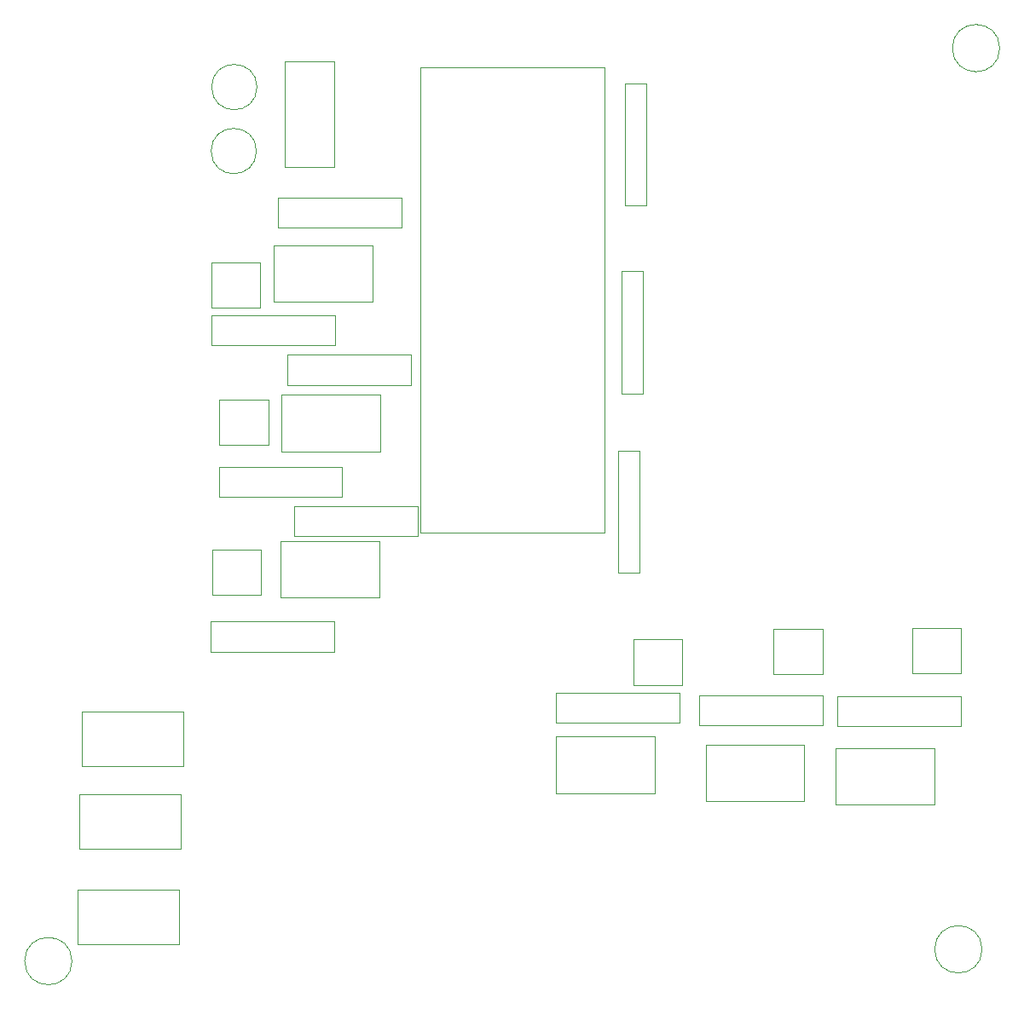
<source format=gbr>
%TF.GenerationSoftware,KiCad,Pcbnew,(5.1.6)-1*%
%TF.CreationDate,2020-11-28T00:37:20-05:00*%
%TF.ProjectId,arduino_graphite,61726475-696e-46f5-9f67-726170686974,rev?*%
%TF.SameCoordinates,Original*%
%TF.FileFunction,Other,User*%
%FSLAX46Y46*%
G04 Gerber Fmt 4.6, Leading zero omitted, Abs format (unit mm)*
G04 Created by KiCad (PCBNEW (5.1.6)-1) date 2020-11-28 00:37:20*
%MOMM*%
%LPD*%
G01*
G04 APERTURE LIST*
%ADD10C,0.050000*%
G04 APERTURE END LIST*
D10*
%TO.C,REF\u002A\u002A*%
X131483600Y-33121600D02*
G75*
G03*
X131483600Y-33121600I-2350000J0D01*
G01*
%TO.C,1*%
X39357800Y-123825000D02*
G75*
G03*
X39357800Y-123825000I-2350000J0D01*
G01*
%TO.C,REF\u002A\u002A*%
X129731000Y-122656600D02*
G75*
G03*
X129731000Y-122656600I-2350000J0D01*
G01*
%TO.C,A1*%
X92213400Y-81225200D02*
X73933400Y-81225200D01*
X92213400Y-81225200D02*
X92213400Y-35005200D01*
X73933400Y-35005200D02*
X73933400Y-81225200D01*
X73933400Y-35005200D02*
X92213400Y-35005200D01*
%TO.C,D1*%
X58030600Y-54442800D02*
X53180600Y-54442800D01*
X58030600Y-58942800D02*
X58030600Y-54442800D01*
X53180600Y-58942800D02*
X58030600Y-58942800D01*
X53180600Y-54442800D02*
X53180600Y-58942800D01*
%TO.C,D2*%
X58157600Y-82967000D02*
X53307600Y-82967000D01*
X58157600Y-87467000D02*
X58157600Y-82967000D01*
X53307600Y-87467000D02*
X58157600Y-87467000D01*
X53307600Y-82967000D02*
X53307600Y-87467000D01*
%TO.C,D3*%
X58843400Y-68057200D02*
X53993400Y-68057200D01*
X58843400Y-72557200D02*
X58843400Y-68057200D01*
X53993400Y-72557200D02*
X58843400Y-72557200D01*
X53993400Y-68057200D02*
X53993400Y-72557200D01*
%TO.C,D4*%
X95080600Y-96382400D02*
X99930600Y-96382400D01*
X95080600Y-91882400D02*
X95080600Y-96382400D01*
X99930600Y-91882400D02*
X95080600Y-91882400D01*
X99930600Y-96382400D02*
X99930600Y-91882400D01*
%TO.C,D5*%
X122766600Y-95214000D02*
X127616600Y-95214000D01*
X122766600Y-90714000D02*
X122766600Y-95214000D01*
X127616600Y-90714000D02*
X122766600Y-90714000D01*
X127616600Y-95214000D02*
X127616600Y-90714000D01*
%TO.C,D6*%
X109025200Y-95290200D02*
X113875200Y-95290200D01*
X109025200Y-90790200D02*
X109025200Y-95290200D01*
X113875200Y-90790200D02*
X109025200Y-90790200D01*
X113875200Y-95290200D02*
X113875200Y-90790200D01*
%TO.C,C1*%
X57723600Y-36991800D02*
G75*
G03*
X57723600Y-36991800I-2250000J0D01*
G01*
%TO.C,C2*%
X57672800Y-43348400D02*
G75*
G03*
X57672800Y-43348400I-2250000J0D01*
G01*
%TO.C,D7*%
X96350800Y-36617400D02*
X94250800Y-36617400D01*
X94250800Y-36617400D02*
X94250800Y-48777400D01*
X94250800Y-48777400D02*
X96350800Y-48777400D01*
X96350800Y-48777400D02*
X96350800Y-36617400D01*
%TO.C,D8*%
X96046000Y-55286400D02*
X93946000Y-55286400D01*
X93946000Y-55286400D02*
X93946000Y-67446400D01*
X93946000Y-67446400D02*
X96046000Y-67446400D01*
X96046000Y-67446400D02*
X96046000Y-55286400D01*
%TO.C,D9*%
X95715800Y-73091800D02*
X93615800Y-73091800D01*
X93615800Y-73091800D02*
X93615800Y-85251800D01*
X93615800Y-85251800D02*
X95715800Y-85251800D01*
X95715800Y-85251800D02*
X95715800Y-73091800D01*
%TO.C,R1*%
X65464400Y-62663200D02*
X65464400Y-59663200D01*
X65464400Y-59663200D02*
X53204400Y-59663200D01*
X53204400Y-59663200D02*
X53204400Y-62663200D01*
X53204400Y-62663200D02*
X65464400Y-62663200D01*
%TO.C,R2*%
X65362800Y-93092400D02*
X65362800Y-90092400D01*
X65362800Y-90092400D02*
X53102800Y-90092400D01*
X53102800Y-90092400D02*
X53102800Y-93092400D01*
X53102800Y-93092400D02*
X65362800Y-93092400D01*
%TO.C,R3*%
X66201000Y-77700000D02*
X66201000Y-74700000D01*
X66201000Y-74700000D02*
X53941000Y-74700000D01*
X53941000Y-74700000D02*
X53941000Y-77700000D01*
X53941000Y-77700000D02*
X66201000Y-77700000D01*
%TO.C,R4*%
X72093800Y-50953800D02*
X72093800Y-47953800D01*
X72093800Y-47953800D02*
X59833800Y-47953800D01*
X59833800Y-47953800D02*
X59833800Y-50953800D01*
X59833800Y-50953800D02*
X72093800Y-50953800D01*
%TO.C,R5*%
X73008200Y-66574800D02*
X73008200Y-63574800D01*
X73008200Y-63574800D02*
X60748200Y-63574800D01*
X60748200Y-63574800D02*
X60748200Y-66574800D01*
X60748200Y-66574800D02*
X73008200Y-66574800D01*
%TO.C,R6*%
X73694000Y-81637000D02*
X73694000Y-78637000D01*
X73694000Y-78637000D02*
X61434000Y-78637000D01*
X61434000Y-78637000D02*
X61434000Y-81637000D01*
X61434000Y-81637000D02*
X73694000Y-81637000D01*
%TO.C,R7*%
X87443600Y-97153600D02*
X87443600Y-100153600D01*
X87443600Y-100153600D02*
X99703600Y-100153600D01*
X99703600Y-100153600D02*
X99703600Y-97153600D01*
X99703600Y-97153600D02*
X87443600Y-97153600D01*
%TO.C,R8*%
X101667600Y-97407600D02*
X101667600Y-100407600D01*
X101667600Y-100407600D02*
X113927600Y-100407600D01*
X113927600Y-100407600D02*
X113927600Y-97407600D01*
X113927600Y-97407600D02*
X101667600Y-97407600D01*
%TO.C,R9*%
X115383600Y-97483800D02*
X115383600Y-100483800D01*
X115383600Y-100483800D02*
X127643600Y-100483800D01*
X127643600Y-100483800D02*
X127643600Y-97483800D01*
X127643600Y-97483800D02*
X115383600Y-97483800D01*
%TO.C,RV1*%
X50018000Y-122156200D02*
X50018000Y-116756200D01*
X50018000Y-116756200D02*
X39918000Y-116756200D01*
X39918000Y-116756200D02*
X39918000Y-122156200D01*
X39918000Y-122156200D02*
X50018000Y-122156200D01*
%TO.C,RV2*%
X50145000Y-112656600D02*
X50145000Y-107256600D01*
X50145000Y-107256600D02*
X40045000Y-107256600D01*
X40045000Y-107256600D02*
X40045000Y-112656600D01*
X40045000Y-112656600D02*
X50145000Y-112656600D01*
%TO.C,RV3*%
X50399000Y-104477800D02*
X50399000Y-99077800D01*
X50399000Y-99077800D02*
X40299000Y-99077800D01*
X40299000Y-99077800D02*
X40299000Y-104477800D01*
X40299000Y-104477800D02*
X50399000Y-104477800D01*
%TO.C,U1*%
X65401400Y-34475600D02*
X60491400Y-34475600D01*
X60491400Y-34475600D02*
X60491400Y-44975600D01*
X60491400Y-44975600D02*
X65401400Y-44975600D01*
X65401400Y-44975600D02*
X65401400Y-34475600D01*
%TO.C,U2*%
X69202800Y-52704400D02*
X59402800Y-52704400D01*
X69202800Y-58354400D02*
X69202800Y-52704400D01*
X59402800Y-58354400D02*
X69202800Y-58354400D01*
X59402800Y-52704400D02*
X59402800Y-58354400D01*
%TO.C,U3*%
X69990200Y-67538000D02*
X60190200Y-67538000D01*
X69990200Y-73188000D02*
X69990200Y-67538000D01*
X60190200Y-73188000D02*
X69990200Y-73188000D01*
X60190200Y-67538000D02*
X60190200Y-73188000D01*
%TO.C,U4*%
X69863200Y-82066800D02*
X60063200Y-82066800D01*
X69863200Y-87716800D02*
X69863200Y-82066800D01*
X60063200Y-87716800D02*
X69863200Y-87716800D01*
X60063200Y-82066800D02*
X60063200Y-87716800D01*
%TO.C,U6*%
X97193600Y-101523200D02*
X87393600Y-101523200D01*
X97193600Y-107173200D02*
X97193600Y-101523200D01*
X87393600Y-107173200D02*
X97193600Y-107173200D01*
X87393600Y-101523200D02*
X87393600Y-107173200D01*
%TO.C,U7*%
X112078000Y-102310600D02*
X102278000Y-102310600D01*
X112078000Y-107960600D02*
X112078000Y-102310600D01*
X102278000Y-107960600D02*
X112078000Y-107960600D01*
X102278000Y-102310600D02*
X102278000Y-107960600D01*
%TO.C,U8*%
X125006600Y-102640800D02*
X115206600Y-102640800D01*
X125006600Y-108290800D02*
X125006600Y-102640800D01*
X115206600Y-108290800D02*
X125006600Y-108290800D01*
X115206600Y-102640800D02*
X115206600Y-108290800D01*
%TD*%
M02*

</source>
